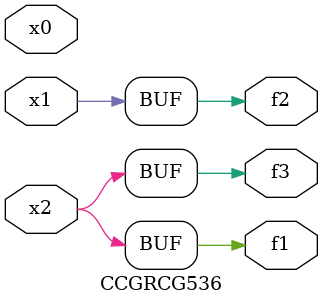
<source format=v>
module CCGRCG536(
	input x0, x1, x2,
	output f1, f2, f3
);
	assign f1 = x2;
	assign f2 = x1;
	assign f3 = x2;
endmodule

</source>
